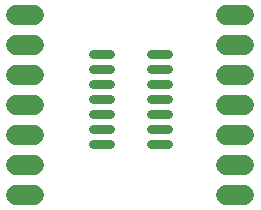
<source format=gbr>
G04 EAGLE Gerber RS-274X export*
G75*
%MOMM*%
%FSLAX34Y34*%
%LPD*%
%INSoldermask Top*%
%IPPOS*%
%AMOC8*
5,1,8,0,0,1.08239X$1,22.5*%
G01*
G04 Define Apertures*
%ADD10C,0.803200*%
%ADD11C,1.727200*%
D10*
X108200Y137000D02*
X122200Y137000D01*
X122200Y124300D02*
X108200Y124300D01*
X108200Y111600D02*
X122200Y111600D01*
X122200Y98900D02*
X108200Y98900D01*
X108200Y86200D02*
X122200Y86200D01*
X122200Y73500D02*
X108200Y73500D01*
X108200Y60800D02*
X122200Y60800D01*
X157200Y60800D02*
X171200Y60800D01*
X171200Y73500D02*
X157200Y73500D01*
X157200Y86200D02*
X171200Y86200D01*
X171200Y98900D02*
X157200Y98900D01*
X157200Y111600D02*
X171200Y111600D01*
X171200Y124300D02*
X157200Y124300D01*
X157200Y137000D02*
X171200Y137000D01*
D11*
X58420Y170180D02*
X43180Y170180D01*
X43180Y144780D02*
X58420Y144780D01*
X58420Y119380D02*
X43180Y119380D01*
X43180Y93980D02*
X58420Y93980D01*
X58420Y68580D02*
X43180Y68580D01*
X43180Y43180D02*
X58420Y43180D01*
X58420Y17780D02*
X43180Y17780D01*
X220980Y17780D02*
X236220Y17780D01*
X236220Y43180D02*
X220980Y43180D01*
X220980Y68580D02*
X236220Y68580D01*
X236220Y93980D02*
X220980Y93980D01*
X220980Y119380D02*
X236220Y119380D01*
X236220Y144780D02*
X220980Y144780D01*
X220980Y170180D02*
X236220Y170180D01*
M02*

</source>
